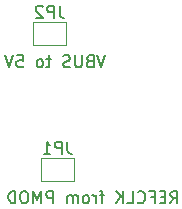
<source format=gbr>
%TF.GenerationSoftware,KiCad,Pcbnew,6.0.1-79c1e3a40b~116~ubuntu20.04.1*%
%TF.CreationDate,2022-02-18T15:29:32+02:00*%
%TF.ProjectId,colorlight-usb-phy-pmod,636f6c6f-726c-4696-9768-742d7573622d,rev?*%
%TF.SameCoordinates,Original*%
%TF.FileFunction,Legend,Bot*%
%TF.FilePolarity,Positive*%
%FSLAX46Y46*%
G04 Gerber Fmt 4.6, Leading zero omitted, Abs format (unit mm)*
G04 Created by KiCad (PCBNEW 6.0.1-79c1e3a40b~116~ubuntu20.04.1) date 2022-02-18 15:29:32*
%MOMM*%
%LPD*%
G01*
G04 APERTURE LIST*
%ADD10C,0.150000*%
%ADD11C,0.120000*%
G04 APERTURE END LIST*
D10*
X58347619Y-101352380D02*
X58680952Y-100876190D01*
X58919047Y-101352380D02*
X58919047Y-100352380D01*
X58538095Y-100352380D01*
X58442857Y-100400000D01*
X58395238Y-100447619D01*
X58347619Y-100542857D01*
X58347619Y-100685714D01*
X58395238Y-100780952D01*
X58442857Y-100828571D01*
X58538095Y-100876190D01*
X58919047Y-100876190D01*
X57919047Y-100828571D02*
X57585714Y-100828571D01*
X57442857Y-101352380D02*
X57919047Y-101352380D01*
X57919047Y-100352380D01*
X57442857Y-100352380D01*
X56680952Y-100828571D02*
X57014285Y-100828571D01*
X57014285Y-101352380D02*
X57014285Y-100352380D01*
X56538095Y-100352380D01*
X55585714Y-101257142D02*
X55633333Y-101304761D01*
X55776190Y-101352380D01*
X55871428Y-101352380D01*
X56014285Y-101304761D01*
X56109523Y-101209523D01*
X56157142Y-101114285D01*
X56204761Y-100923809D01*
X56204761Y-100780952D01*
X56157142Y-100590476D01*
X56109523Y-100495238D01*
X56014285Y-100400000D01*
X55871428Y-100352380D01*
X55776190Y-100352380D01*
X55633333Y-100400000D01*
X55585714Y-100447619D01*
X54680952Y-101352380D02*
X55157142Y-101352380D01*
X55157142Y-100352380D01*
X54347619Y-101352380D02*
X54347619Y-100352380D01*
X53776190Y-101352380D02*
X54204761Y-100780952D01*
X53776190Y-100352380D02*
X54347619Y-100923809D01*
X52728571Y-100685714D02*
X52347619Y-100685714D01*
X52585714Y-101352380D02*
X52585714Y-100495238D01*
X52538095Y-100400000D01*
X52442857Y-100352380D01*
X52347619Y-100352380D01*
X52014285Y-101352380D02*
X52014285Y-100685714D01*
X52014285Y-100876190D02*
X51966666Y-100780952D01*
X51919047Y-100733333D01*
X51823809Y-100685714D01*
X51728571Y-100685714D01*
X51252380Y-101352380D02*
X51347619Y-101304761D01*
X51395238Y-101257142D01*
X51442857Y-101161904D01*
X51442857Y-100876190D01*
X51395238Y-100780952D01*
X51347619Y-100733333D01*
X51252380Y-100685714D01*
X51109523Y-100685714D01*
X51014285Y-100733333D01*
X50966666Y-100780952D01*
X50919047Y-100876190D01*
X50919047Y-101161904D01*
X50966666Y-101257142D01*
X51014285Y-101304761D01*
X51109523Y-101352380D01*
X51252380Y-101352380D01*
X50490476Y-101352380D02*
X50490476Y-100685714D01*
X50490476Y-100780952D02*
X50442857Y-100733333D01*
X50347619Y-100685714D01*
X50204761Y-100685714D01*
X50109523Y-100733333D01*
X50061904Y-100828571D01*
X50061904Y-101352380D01*
X50061904Y-100828571D02*
X50014285Y-100733333D01*
X49919047Y-100685714D01*
X49776190Y-100685714D01*
X49680952Y-100733333D01*
X49633333Y-100828571D01*
X49633333Y-101352380D01*
X48395238Y-101352380D02*
X48395238Y-100352380D01*
X48014285Y-100352380D01*
X47919047Y-100400000D01*
X47871428Y-100447619D01*
X47823809Y-100542857D01*
X47823809Y-100685714D01*
X47871428Y-100780952D01*
X47919047Y-100828571D01*
X48014285Y-100876190D01*
X48395238Y-100876190D01*
X47395238Y-101352380D02*
X47395238Y-100352380D01*
X47061904Y-101066666D01*
X46728571Y-100352380D01*
X46728571Y-101352380D01*
X46061904Y-100352380D02*
X45871428Y-100352380D01*
X45776190Y-100400000D01*
X45680952Y-100495238D01*
X45633333Y-100685714D01*
X45633333Y-101019047D01*
X45680952Y-101209523D01*
X45776190Y-101304761D01*
X45871428Y-101352380D01*
X46061904Y-101352380D01*
X46157142Y-101304761D01*
X46252380Y-101209523D01*
X46300000Y-101019047D01*
X46300000Y-100685714D01*
X46252380Y-100495238D01*
X46157142Y-100400000D01*
X46061904Y-100352380D01*
X45204761Y-101352380D02*
X45204761Y-100352380D01*
X44966666Y-100352380D01*
X44823809Y-100400000D01*
X44728571Y-100495238D01*
X44680952Y-100590476D01*
X44633333Y-100780952D01*
X44633333Y-100923809D01*
X44680952Y-101114285D01*
X44728571Y-101209523D01*
X44823809Y-101304761D01*
X44966666Y-101352380D01*
X45204761Y-101352380D01*
X52838095Y-88852380D02*
X52504761Y-89852380D01*
X52171428Y-88852380D01*
X51504761Y-89328571D02*
X51361904Y-89376190D01*
X51314285Y-89423809D01*
X51266666Y-89519047D01*
X51266666Y-89661904D01*
X51314285Y-89757142D01*
X51361904Y-89804761D01*
X51457142Y-89852380D01*
X51838095Y-89852380D01*
X51838095Y-88852380D01*
X51504761Y-88852380D01*
X51409523Y-88900000D01*
X51361904Y-88947619D01*
X51314285Y-89042857D01*
X51314285Y-89138095D01*
X51361904Y-89233333D01*
X51409523Y-89280952D01*
X51504761Y-89328571D01*
X51838095Y-89328571D01*
X50838095Y-88852380D02*
X50838095Y-89661904D01*
X50790476Y-89757142D01*
X50742857Y-89804761D01*
X50647619Y-89852380D01*
X50457142Y-89852380D01*
X50361904Y-89804761D01*
X50314285Y-89757142D01*
X50266666Y-89661904D01*
X50266666Y-88852380D01*
X49838095Y-89804761D02*
X49695238Y-89852380D01*
X49457142Y-89852380D01*
X49361904Y-89804761D01*
X49314285Y-89757142D01*
X49266666Y-89661904D01*
X49266666Y-89566666D01*
X49314285Y-89471428D01*
X49361904Y-89423809D01*
X49457142Y-89376190D01*
X49647619Y-89328571D01*
X49742857Y-89280952D01*
X49790476Y-89233333D01*
X49838095Y-89138095D01*
X49838095Y-89042857D01*
X49790476Y-88947619D01*
X49742857Y-88900000D01*
X49647619Y-88852380D01*
X49409523Y-88852380D01*
X49266666Y-88900000D01*
X48219047Y-89185714D02*
X47838095Y-89185714D01*
X48076190Y-88852380D02*
X48076190Y-89709523D01*
X48028571Y-89804761D01*
X47933333Y-89852380D01*
X47838095Y-89852380D01*
X47361904Y-89852380D02*
X47457142Y-89804761D01*
X47504761Y-89757142D01*
X47552380Y-89661904D01*
X47552380Y-89376190D01*
X47504761Y-89280952D01*
X47457142Y-89233333D01*
X47361904Y-89185714D01*
X47219047Y-89185714D01*
X47123809Y-89233333D01*
X47076190Y-89280952D01*
X47028571Y-89376190D01*
X47028571Y-89661904D01*
X47076190Y-89757142D01*
X47123809Y-89804761D01*
X47219047Y-89852380D01*
X47361904Y-89852380D01*
X45361904Y-88852380D02*
X45838095Y-88852380D01*
X45885714Y-89328571D01*
X45838095Y-89280952D01*
X45742857Y-89233333D01*
X45504761Y-89233333D01*
X45409523Y-89280952D01*
X45361904Y-89328571D01*
X45314285Y-89423809D01*
X45314285Y-89661904D01*
X45361904Y-89757142D01*
X45409523Y-89804761D01*
X45504761Y-89852380D01*
X45742857Y-89852380D01*
X45838095Y-89804761D01*
X45885714Y-89757142D01*
X45028571Y-88852380D02*
X44695238Y-89852380D01*
X44361904Y-88852380D01*
%TO.C,JP1*%
X49608333Y-96152380D02*
X49608333Y-96866666D01*
X49655952Y-97009523D01*
X49751190Y-97104761D01*
X49894047Y-97152380D01*
X49989285Y-97152380D01*
X49132142Y-97152380D02*
X49132142Y-96152380D01*
X48751190Y-96152380D01*
X48655952Y-96200000D01*
X48608333Y-96247619D01*
X48560714Y-96342857D01*
X48560714Y-96485714D01*
X48608333Y-96580952D01*
X48655952Y-96628571D01*
X48751190Y-96676190D01*
X49132142Y-96676190D01*
X47608333Y-97152380D02*
X48179761Y-97152380D01*
X47894047Y-97152380D02*
X47894047Y-96152380D01*
X47989285Y-96295238D01*
X48084523Y-96390476D01*
X48179761Y-96438095D01*
%TO.C,JP2*%
X48958333Y-84652380D02*
X48958333Y-85366666D01*
X49005952Y-85509523D01*
X49101190Y-85604761D01*
X49244047Y-85652380D01*
X49339285Y-85652380D01*
X48482142Y-85652380D02*
X48482142Y-84652380D01*
X48101190Y-84652380D01*
X48005952Y-84700000D01*
X47958333Y-84747619D01*
X47910714Y-84842857D01*
X47910714Y-84985714D01*
X47958333Y-85080952D01*
X48005952Y-85128571D01*
X48101190Y-85176190D01*
X48482142Y-85176190D01*
X47529761Y-84747619D02*
X47482142Y-84700000D01*
X47386904Y-84652380D01*
X47148809Y-84652380D01*
X47053571Y-84700000D01*
X47005952Y-84747619D01*
X46958333Y-84842857D01*
X46958333Y-84938095D01*
X47005952Y-85080952D01*
X47577380Y-85652380D01*
X46958333Y-85652380D01*
D11*
%TO.C,JP1*%
X47375000Y-97500000D02*
X47375000Y-99500000D01*
X50175000Y-99500000D02*
X50175000Y-97500000D01*
X50175000Y-97500000D02*
X47375000Y-97500000D01*
X47375000Y-99500000D02*
X50175000Y-99500000D01*
%TO.C,JP2*%
X46725000Y-88000000D02*
X49525000Y-88000000D01*
X49525000Y-86000000D02*
X46725000Y-86000000D01*
X46725000Y-86000000D02*
X46725000Y-88000000D01*
X49525000Y-88000000D02*
X49525000Y-86000000D01*
%TD*%
M02*

</source>
